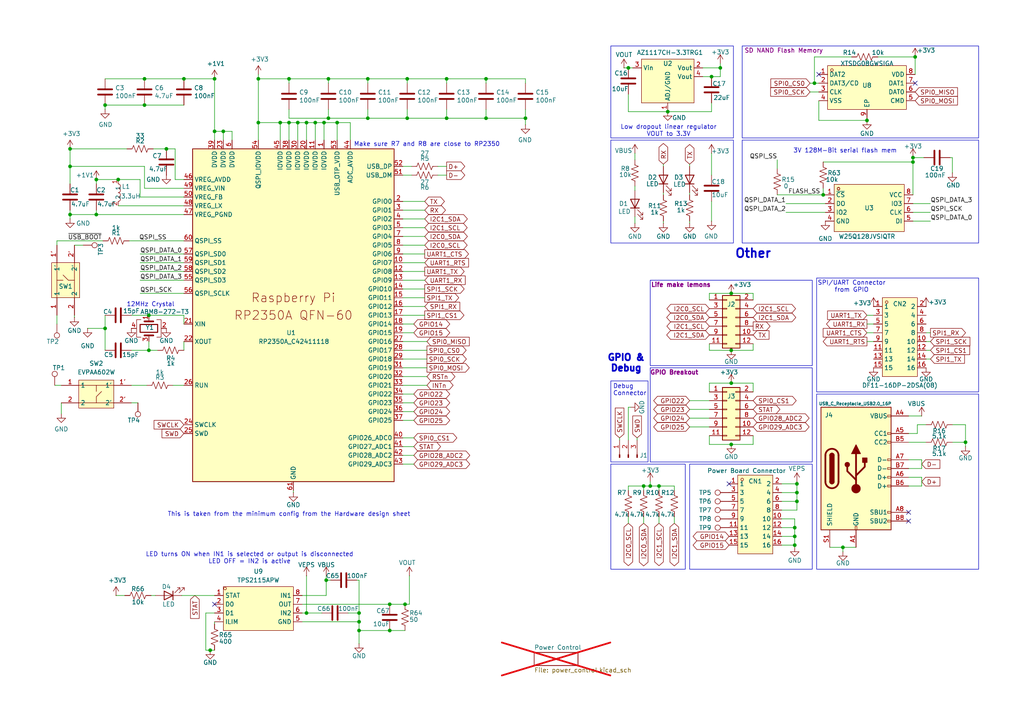
<source format=kicad_sch>
(kicad_sch (version 20250114) (generator "eeschema") (generator_version "9.0")
  (paper "A4")
  (title_block (date "2025-04-01") (rev "1") (company "Bronco Space") (comment 1 "SCALES") (comment 2 "By John Pollak"))
  (rectangle (start 177.165 40.64) (end 212.725 70.485))
  (rectangle (start 188.595 106.68) (end 235.585 133.985))
  (rectangle (start 177.165 13.335) (end 212.725 40.005))
  (rectangle (start 188.595 81.28) (end 235.585 106.045))
  (rectangle (start 215.265 13.335) (end 283.845 40.005))
  (rectangle (start 177.165 110.49) (end 187.96 133.985))
  (rectangle (start 215.265 40.64) (end 283.845 70.485))
  (rectangle (start 177.165 134.62) (end 198.755 165.1))
  (rectangle (start 200.025 134.62) (end 235.585 165.1))
  (rectangle (start 236.855 80.645) (end 283.845 113.665))
  (rectangle (start 236.855 114.3) (end 283.845 165.1))
  (text "GPIO &\nDebug" (at 181.61 105.41 0) (effects (font (size 1.905 1.905) (thickness 0.508) (bold yes))))
  (text "12MHz Crystal" (at 43.688 88.392 0) (effects (font (size 1.27 1.27))))
  (text "Low dropout linear regulator\nVOUT to 3.3V" (at 193.929 37.973 0) (effects (font (size 1.27 1.27))))
  (text "3V 128M-Bit serial flash mem\n" (at 245.11 43.815 0) (effects (font (size 1.27 1.27))))
  (text "LED turns ON when IN1 is selected or output is disconnected\nLED OFF = IN2 is active" (at 72.39 161.925 0) (effects (font (size 1.27 1.27))))
  (text "Make sure R7 and R8 are close to RP2350\n" (at 102.616 42.672 0) (effects (font (size 1.27 1.27)) (justify left bottom)))
  (text "This is taken from the minimum config from the Hardware design sheet" (at 83.82 149.225 0) (effects (font (size 1.27 1.27))))
  (text "Other" (at 218.44 73.66 0) (effects (font (size 2.54 2.54) (thickness 0.508) (bold yes))))
  (text "SPI/UART Connector\nfrom GPIO" (at 247.015 83.185 0) (effects (font (size 1.27 1.27))))
  (text "Debug \nConnector" (at 177.8 114.935 0) (effects (font (size 1.27 1.27)) (justify left bottom)))
  (junction (at 64.77 38.1))
  (junction (at 104.14 177.8))
  (junction (at 43.18 91.44))
  (junction (at 20.32 62.23))
  (junction (at 206.375 22.225))
  (junction (at 152.4 34.29))
  (junction (at 140.97 34.29))
  (junction (at 27.94 62.23))
  (junction (at 113.03 175.26))
  (junction (at 41.91 22.86))
  (junction (at 117.475 175.26))
  (junction (at 74.93 35.56))
  (junction (at 83.82 35.56))
  (junction (at 91.44 35.56))
  (junction (at 193.675 32.385))
  (junction (at 43.18 101.6))
  (junction (at 236.22 24.13))
  (junction (at 182.245 19.685))
  (junction (at 244.475 158.75))
  (junction (at 231.14 140.335))
  (junction (at 41.91 30.48))
  (junction (at 231.14 142.875))
  (junction (at 104.14 182.88))
  (junction (at 118.11 22.86))
  (junction (at 230.505 153.035))
  (junction (at 86.36 35.56))
  (junction (at 95.25 34.29))
  (junction (at 264.795 45.72))
  (junction (at 251.46 34.925))
  (junction (at 30.48 95.25))
  (junction (at 27.94 52.07))
  (junction (at 88.9 177.8))
  (junction (at 230.505 155.575))
  (junction (at 81.28 35.56))
  (junction (at 95.25 22.86))
  (junction (at 265.43 16.51))
  (junction (at 20.32 43.18))
  (junction (at 212.09 101.6))
  (junction (at 83.82 22.86))
  (junction (at 208.915 19.685))
  (junction (at 74.93 22.86))
  (junction (at 62.23 22.86))
  (junction (at 88.9 35.56))
  (junction (at 104.14 180.34))
  (junction (at 113.03 182.88))
  (junction (at 186.69 140.97))
  (junction (at 230.505 158.115))
  (junction (at 106.68 34.29))
  (junction (at 212.09 128.905))
  (junction (at 118.11 34.29))
  (junction (at 140.97 22.86))
  (junction (at 93.98 35.56))
  (junction (at 48.26 43.18))
  (junction (at 238.76 56.515))
  (junction (at 53.34 22.86))
  (junction (at 34.29 52.07))
  (junction (at 94.615 168.275))
  (junction (at 264.795 46.99))
  (junction (at 30.48 30.48))
  (junction (at 106.68 22.86))
  (junction (at 231.14 145.415))
  (junction (at 212.09 85.09))
  (junction (at 20.32 48.26))
  (junction (at 97.79 35.56))
  (junction (at 129.54 34.29))
  (junction (at 188.595 140.97))
  (junction (at 212.09 111.125))
  (junction (at 191.135 140.97))
  (junction (at 62.23 38.1))
  (junction (at 129.54 22.86))
  (junction (at 60.96 188.595))
  (junction (at 280.035 128.27))
  (no_connect (at 265.43 24.13))
  (no_connect (at 237.49 21.59))
  (no_connect (at 263.525 151.13))
  (no_connect (at 211.455 140.335))
  (no_connect (at 263.525 148.59))
  (no_connect (at 62.23 175.26))
  (wire (pts (xy 237.49 34.925) (xy 251.46 34.925)))
  (wire (pts (xy 186.69 149.86) (xy 186.69 151.765)))
  (wire (pts (xy 263.525 120.65) (xy 267.335 120.65)))
  (wire (pts (xy 226.695 153.035) (xy 230.505 153.035)))
  (wire (pts (xy 30.48 30.48) (xy 41.91 30.48)))
  (wire (pts (xy 269.875 99.06) (xy 268.605 99.06)))
  (wire (pts (xy 20.32 62.23) (xy 20.32 63.5)))
  (wire (pts (xy 182.245 118.11) (xy 182.88 118.11)))
  (wire (pts (xy 62.23 177.8) (xy 59.69 177.8)))
  (wire (pts (xy 200.025 64.135) (xy 200.025 64.77)))
  (wire (pts (xy 231.14 142.875) (xy 231.14 140.335)))
  (wire (pts (xy 83.82 35.56) (xy 83.82 40.64)))
  (wire (pts (xy 247.015 16.51) (xy 236.22 16.51)))
  (wire (pts (xy 205.74 128.905) (xy 212.09 128.905)))
  (wire (pts (xy 104.14 168.275) (xy 103.505 168.275)))
  (wire (pts (xy 230.505 153.035) (xy 230.505 155.575)))
  (wire (pts (xy 50.8 52.07) (xy 50.8 43.18)))
  (wire (pts (xy 87.63 180.34) (xy 104.14 180.34)))
  (wire (pts (xy 269.875 101.6) (xy 268.605 101.6)))
  (wire (pts (xy 27.94 53.34) (xy 27.94 52.07)))
  (wire (pts (xy 95.25 24.13) (xy 95.25 22.86)))
  (wire (pts (xy 140.97 34.29) (xy 152.4 34.29)))
  (wire (pts (xy 218.44 128.905) (xy 218.44 126.365)))
  (wire (pts (xy 106.68 22.86) (xy 118.11 22.86)))
  (wire (pts (xy 208.915 22.225) (xy 208.915 19.685)))
  (wire (pts (xy 100.965 177.8) (xy 104.14 177.8)))
  (wire (pts (xy 182.245 142.24) (xy 182.245 140.97)))
  (wire (pts (xy 104.14 180.34) (xy 104.14 182.88)))
  (wire (pts (xy 234.95 24.13) (xy 236.22 24.13)))
  (wire (pts (xy 64.77 38.1) (xy 67.31 38.1)))
  (wire (pts (xy 40.64 76.2) (xy 53.34 76.2)))
  (wire (pts (xy 123.19 83.82) (xy 116.84 83.82)))
  (wire (pts (xy 152.4 34.29) (xy 152.4 36.195)))
  (wire (pts (xy 60.96 188.595) (xy 62.23 188.595)))
  (wire (pts (xy 50.165 111.76) (xy 53.34 111.76)))
  (wire (pts (xy 192.405 64.77) (xy 192.405 64.135)))
  (wire (pts (xy 182.245 140.97) (xy 186.69 140.97)))
  (wire (pts (xy 104.14 177.8) (xy 104.14 168.275)))
  (wire (pts (xy 208.915 22.225) (xy 206.375 22.225)))
  (wire (pts (xy 86.36 35.56) (xy 88.9 35.56)))
  (wire (pts (xy 184.785 127) (xy 184.785 127.635)))
  (wire (pts (xy 230.505 158.115) (xy 230.505 158.75)))
  (wire (pts (xy 206.375 44.45) (xy 206.375 50.8)))
  (wire (pts (xy 20.32 60.96) (xy 20.32 62.23)))
  (wire (pts (xy 226.695 155.575) (xy 230.505 155.575)))
  (wire (pts (xy 25.4 95.25) (xy 30.48 95.25)))
  (wire (pts (xy 263.525 140.97) (xy 267.335 140.97)))
  (wire (pts (xy 33.655 172.72) (xy 36.195 172.72)))
  (wire (pts (xy 206.375 64.135) (xy 206.375 58.42)))
  (wire (pts (xy 188.595 140.97) (xy 191.135 140.97)))
  (wire (pts (xy 140.97 34.29) (xy 129.54 34.29)))
  (wire (pts (xy 225.425 56.515) (xy 238.76 56.515)))
  (wire (pts (xy 140.97 31.75) (xy 140.97 34.29)))
  (wire (pts (xy 195.58 149.86) (xy 195.58 151.765)))
  (wire (pts (xy 53.34 57.15) (xy 40.64 57.15)))
  (wire (pts (xy 37.465 69.85) (xy 53.34 69.85)))
  (wire (pts (xy 191.135 140.97) (xy 195.58 140.97)))
  (wire (pts (xy 118.745 175.26) (xy 118.745 167.005)))
  (wire (pts (xy 27.94 52.07) (xy 34.29 52.07)))
  (wire (pts (xy 226.695 147.955) (xy 231.14 147.955)))
  (wire (pts (xy 83.82 31.75) (xy 83.82 34.29)))
  (wire (pts (xy 116.84 66.04) (xy 123.19 66.04)))
  (wire (pts (xy 264.795 46.99) (xy 264.795 56.515)))
  (wire (pts (xy 74.93 35.56) (xy 74.93 22.86)))
  (wire (pts (xy 123.19 73.66) (xy 116.84 73.66)))
  (wire (pts (xy 87.63 177.8) (xy 88.9 177.8)))
  (wire (pts (xy 38.1 101.6) (xy 43.18 101.6)))
  (wire (pts (xy 113.03 175.26) (xy 117.475 175.26)))
  (wire (pts (xy 206.375 22.225) (xy 203.835 22.225)))
  (wire (pts (xy 226.695 140.335) (xy 231.14 140.335)))
  (wire (pts (xy 186.69 140.97) (xy 188.595 140.97)))
  (wire (pts (xy 95.25 34.29) (xy 83.82 34.29)))
  (wire (pts (xy 231.14 139.7) (xy 231.14 140.335)))
  (wire (pts (xy 52.705 172.72) (xy 62.23 172.72)))
  (wire (pts (xy 129.54 22.86) (xy 140.97 22.86)))
  (wire (pts (xy 88.9 35.56) (xy 88.9 40.64)))
  (wire (pts (xy 16.51 69.85) (xy 29.845 69.85)))
  (wire (pts (xy 184.15 44.45) (xy 184.15 46.355)))
  (wire (pts (xy 118.11 22.86) (xy 129.54 22.86)))
  (wire (pts (xy 182.245 32.385) (xy 182.245 27.305)))
  (wire (pts (xy 280.035 128.27) (xy 280.035 129.54)))
  (wire (pts (xy 227.965 59.055) (xy 239.395 59.055)))
  (wire (pts (xy 120.015 119.38) (xy 116.84 119.38)))
  (wire (pts (xy 123.19 58.42) (xy 116.84 58.42)))
  (wire (pts (xy 87.63 172.72) (xy 94.615 172.72)))
  (wire (pts (xy 120.015 114.3) (xy 116.84 114.3)))
  (wire (pts (xy 67.31 40.64) (xy 67.31 38.1)))
  (wire (pts (xy 280.035 123.19) (xy 280.035 128.27)))
  (wire (pts (xy 269.875 61.595) (xy 264.795 61.595)))
  (wire (pts (xy 227.965 61.595) (xy 239.395 61.595)))
  (wire (pts (xy 40.64 85.09) (xy 53.34 85.09)))
  (wire (pts (xy 21.59 92.075) (xy 21.59 91.44)))
  (wire (pts (xy 123.825 106.68) (xy 116.84 106.68)))
  (wire (pts (xy 251.46 99.06) (xy 253.365 99.06)))
  (wire (pts (xy 20.32 43.18) (xy 36.83 43.18)))
  (wire (pts (xy 129.54 31.75) (xy 129.54 34.29)))
  (wire (pts (xy 206.375 32.385) (xy 206.375 29.845)))
  (wire (pts (xy 205.74 99.695) (xy 205.74 101.6)))
  (wire (pts (xy 238.76 54.61) (xy 238.76 56.515)))
  (wire (pts (xy 83.82 35.56) (xy 86.36 35.56)))
  (wire (pts (xy 191.135 149.86) (xy 191.135 151.765)))
  (wire (pts (xy 119.38 50.8) (xy 116.84 50.8)))
  (wire (pts (xy 269.875 104.14) (xy 268.605 104.14)))
  (wire (pts (xy 123.19 88.9) (xy 116.84 88.9)))
  (wire (pts (xy 120.015 116.84) (xy 116.84 116.84)))
  (wire (pts (xy 85.09 142.875) (xy 85.09 142.24)))
  (wire (pts (xy 94.615 172.72) (xy 94.615 168.275)))
  (wire (pts (xy 38.1 116.84) (xy 40.005 116.84)))
  (wire (pts (xy 87.63 175.26) (xy 113.03 175.26)))
  (wire (pts (xy 200.025 121.285) (xy 205.74 121.285)))
  (wire (pts (xy 152.4 24.13) (xy 152.4 22.86)))
  (wire (pts (xy 30.48 95.25) (xy 30.48 101.6)))
  (wire (pts (xy 226.695 158.115) (xy 230.505 158.115)))
  (wire (pts (xy 236.22 16.51) (xy 236.22 24.13)))
  (wire (pts (xy 88.9 35.56) (xy 91.44 35.56)))
  (wire (pts (xy 200.025 47.625) (xy 200.025 48.26)))
  (wire (pts (xy 118.11 31.75) (xy 118.11 34.29)))
  (wire (pts (xy 276.225 45.72) (xy 276.225 50.165)))
  (wire (pts (xy 120.015 93.98) (xy 116.84 93.98)))
  (wire (pts (xy 91.44 35.56) (xy 91.44 40.64)))
  (wire (pts (xy 230.505 150.495) (xy 230.505 153.035)))
  (wire (pts (xy 123.19 60.96) (xy 116.84 60.96)))
  (wire (pts (xy 81.28 35.56) (xy 81.28 40.64)))
  (wire (pts (xy 34.29 59.69) (xy 53.34 59.69)))
  (wire (pts (xy 30.48 91.44) (xy 30.48 95.25)))
  (wire (pts (xy 244.475 158.75) (xy 248.285 158.75)))
  (wire (pts (xy 191.135 142.24) (xy 191.135 140.97)))
  (wire (pts (xy 129.54 24.13) (xy 129.54 22.86)))
  (wire (pts (xy 208.915 18.415) (xy 208.915 19.685)))
  (wire (pts (xy 218.44 85.09) (xy 218.44 86.995)))
  (wire (pts (xy 192.405 47.625) (xy 192.405 48.26)))
  (wire (pts (xy 238.76 46.99) (xy 264.795 46.99)))
  (wire (pts (xy 218.44 111.125) (xy 218.44 113.665)))
  (wire (pts (xy 40.64 78.74) (xy 53.34 78.74)))
  (wire (pts (xy 83.82 22.86) (xy 95.25 22.86)))
  (wire (pts (xy 200.025 118.745) (xy 205.74 118.745)))
  (wire (pts (xy 116.84 71.12) (xy 123.19 71.12)))
  (wire (pts (xy 41.91 22.86) (xy 53.34 22.86)))
  (wire (pts (xy 62.23 180.975) (xy 62.23 180.34)))
  (wire (pts (xy 195.58 142.24) (xy 195.58 140.97)))
  (wire (pts (xy 182.245 149.86) (xy 182.245 151.765)))
  (wire (pts (xy 263.525 138.43) (xy 267.335 138.43)))
  (wire (pts (xy 81.28 35.56) (xy 83.82 35.56)))
  (wire (pts (xy 113.03 182.88) (xy 104.14 182.88)))
  (wire (pts (xy 269.875 96.52) (xy 268.605 96.52)))
  (wire (pts (xy 118.11 24.13) (xy 118.11 22.86)))
  (wire (pts (xy 95.25 22.86) (xy 106.68 22.86)))
  (wire (pts (xy 193.675 32.385) (xy 206.375 32.385)))
  (wire (pts (xy 276.225 123.19) (xy 280.035 123.19)))
  (wire (pts (xy 266.065 125.73) (xy 266.065 123.19)))
  (wire (pts (xy 20.32 43.18) (xy 20.32 48.26)))
  (wire (pts (xy 205.74 85.09) (xy 212.09 85.09)))
  (wire (pts (xy 59.69 188.595) (xy 60.96 188.595)))
  (wire (pts (xy 59.69 177.8) (xy 59.69 188.595)))
  (wire (pts (xy 182.245 19.685) (xy 183.515 19.685)))
  (wire (pts (xy 226.695 142.875) (xy 231.14 142.875)))
  (wire (pts (xy 117.475 175.26) (xy 118.745 175.26)))
  (wire (pts (xy 118.11 34.29) (xy 106.68 34.29)))
  (wire (pts (xy 30.48 30.48) (xy 30.48 31.75)))
  (wire (pts (xy 91.44 35.56) (xy 93.98 35.56)))
  (wire (pts (xy 129.54 48.26) (xy 127 48.26)))
  (wire (pts (xy 116.84 63.5) (xy 123.19 63.5)))
  (wire (pts (xy 238.76 56.515) (xy 239.395 56.515)))
  (wire (pts (xy 30.48 22.86) (xy 41.91 22.86)))
  (wire (pts (xy 43.18 101.6) (xy 45.72 101.6)))
  (wire (pts (xy 186.69 140.97) (xy 186.69 142.24)))
  (wire (pts (xy 225.425 48.895) (xy 225.425 46.355)))
  (wire (pts (xy 104.14 182.88) (xy 104.14 186.69)))
  (wire (pts (xy 43.815 172.72) (xy 45.085 172.72)))
  (wire (pts (xy 267.335 133.35) (xy 267.335 135.89)))
  (wire (pts (xy 263.525 135.89) (xy 267.335 135.89)))
  (wire (pts (xy 44.45 43.18) (xy 48.26 43.18)))
  (wire (pts (xy 64.77 40.64) (xy 64.77 38.1)))
  (wire (pts (xy 27.94 62.23) (xy 53.34 62.23)))
  (wire (pts (xy 16.51 69.85) (xy 16.51 71.12)))
  (wire (pts (xy 95.25 31.75) (xy 95.25 34.29)))
  (wire (pts (xy 97.79 35.56) (xy 97.79 40.64)))
  (wire (pts (xy 120.015 121.92) (xy 116.84 121.92)))
  (wire (pts (xy 265.43 16.51) (xy 265.43 21.59)))
  (wire (pts (xy 34.29 52.07) (xy 40.64 52.07)))
  (wire (pts (xy 40.64 73.66) (xy 53.34 73.66)))
  (wire (pts (xy 276.225 128.27) (xy 280.035 128.27)))
  (wire (pts (xy 200.025 116.205) (xy 205.74 116.205)))
  (wire (pts (xy 123.825 109.22) (xy 116.84 109.22)))
  (wire (pts (xy 254.635 16.51) (xy 265.43 16.51)))
  (wire (pts (xy 41.91 54.61) (xy 53.34 54.61)))
  (wire (pts (xy 275.59 45.72) (xy 276.225 45.72)))
  (wire (pts (xy 140.97 22.86) (xy 152.4 22.86)))
  (wire (pts (xy 123.825 99.06) (xy 116.84 99.06)))
  (wire (pts (xy 43.18 101.6) (xy 43.18 99.06)))
  (wire (pts (xy 184.15 55.245) (xy 184.15 53.975)))
  (wire (pts (xy 94.615 168.275) (xy 95.885 168.275)))
  (wire (pts (xy 263.525 125.73) (xy 266.065 125.73)))
  (wire (pts (xy 230.505 155.575) (xy 230.505 158.115)))
  (wire (pts (xy 200.025 123.825) (xy 205.74 123.825)))
  (wire (pts (xy 267.97 45.72) (xy 264.795 45.72)))
  (wire (pts (xy 263.525 133.35) (xy 267.335 133.35)))
  (wire (pts (xy 119.38 48.26) (xy 116.84 48.26)))
  (wire (pts (xy 62.23 38.1) (xy 62.23 22.86)))
  (wire (pts (xy 93.98 35.56) (xy 93.98 40.64)))
  (wire (pts (xy 212.09 101.6) (xy 218.44 101.6)))
  (wire (pts (xy 101.6 40.64) (xy 101.6 35.56)))
  (wire (pts (xy 251.46 96.52) (xy 253.365 96.52)))
  (wire (pts (xy 236.22 24.13) (xy 237.49 24.13)))
  (wire (pts (xy 20.32 62.23) (xy 27.94 62.23)))
  (wire (pts (xy 251.46 91.44) (xy 253.365 91.44)))
  (wire (pts (xy 269.875 59.055) (xy 264.795 59.055)))
  (wire (pts (xy 50.8 52.07) (xy 53.34 52.07)))
  (wire (pts (xy 203.835 19.685) (xy 208.915 19.685)))
  (wire (pts (xy 234.95 26.67) (xy 237.49 26.67)))
  (wire (pts (xy 226.695 150.495) (xy 230.505 150.495)))
  (wire (pts (xy 116.84 68.58) (xy 123.19 68.58)))
  (wire (pts (xy 88.9 177.8) (xy 93.345 177.8)))
  (wire (pts (xy 106.68 31.75) (xy 106.68 34.29)))
  (wire (pts (xy 94.615 168.275) (xy 94.615 167.005)))
  (wire (pts (xy 123.825 104.14) (xy 116.84 104.14)))
  (wire (pts (xy 86.36 35.56) (xy 86.36 40.64)))
  (wire (pts (xy 188.595 140.97) (xy 188.595 139.7)))
  (wire (pts (xy 104.14 180.34) (xy 104.14 177.8)))
  (wire (pts (xy 41.91 48.26) (xy 41.91 54.61)))
  (wire (pts (xy 123.19 78.74) (xy 116.84 78.74)))
  (wire (pts (xy 20.32 48.26) (xy 20.32 53.34)))
  (wire (pts (xy 123.825 101.6) (xy 116.84 101.6)))
  (wire (pts (xy 212.09 85.09) (xy 218.44 85.09)))
  (wire (pts (xy 16.51 91.44) (xy 16.51 93.98)))
  (wire (pts (xy 182.245 32.385) (xy 193.675 32.385)))
  (wire (pts (xy 50.8 43.18) (xy 48.26 43.18)))
  (wire (pts (xy 231.14 145.415) (xy 231.14 142.875)))
  (wire (pts (xy 106.68 24.13) (xy 106.68 22.86)))
  (wire (pts (xy 205.74 126.365) (xy 205.74 128.905)))
  (wire (pts (xy 123.19 91.44) (xy 116.84 91.44)))
  (wire (pts (xy 53.34 22.86) (xy 62.23 22.86)))
  (wire (pts (xy 123.19 81.28) (xy 116.84 81.28)))
  (wire (pts (xy 83.82 24.13) (xy 83.82 22.86)))
  (wire (pts (xy 120.015 132.08) (xy 116.84 132.08)))
  (wire (pts (xy 62.23 40.64) (xy 62.23 38.1)))
  (wire (pts (xy 38.1 111.76) (xy 42.545 111.76)))
  (wire (pts (xy 74.93 22.86) (xy 83.82 22.86)))
  (wire (pts (xy 74.93 35.56) (xy 81.28 35.56)))
  (wire (pts (xy 263.525 128.27) (xy 268.605 128.27)))
  (wire (pts (xy 53.34 101.6) (xy 53.34 99.06)))
  (wire (pts (xy 251.46 93.98) (xy 253.365 93.98)))
  (wire (pts (xy 40.64 57.15) (xy 40.64 52.07)))
  (wire (pts (xy 251.46 34.29) (xy 251.46 34.925)))
  (wire (pts (xy 116.84 111.76) (xy 123.825 111.76)))
  (wire (pts (xy 237.49 29.21) (xy 237.49 34.925)))
  (wire (pts (xy 180.975 19.685) (xy 182.245 19.685)))
  (wire (pts (xy 20.32 48.26) (xy 41.91 48.26)))
  (wire (pts (xy 179.705 127) (xy 179.705 127.635)))
  (wire (pts (xy 152.4 31.75) (xy 152.4 34.29)))
  (wire (pts (xy 184.15 64.77) (xy 184.15 62.865)))
  (wire (pts (xy 74.93 21.59) (xy 74.93 22.86)))
  (wire (pts (xy 140.97 24.13) (xy 140.97 22.86)))
  (wire (pts (xy 117.475 182.88) (xy 113.03 182.88)))
  (wire (pts (xy 264.795 45.72) (xy 264.795 46.99)))
  (wire (pts (xy 244.475 158.75) (xy 244.475 160.02)))
  (wire (pts (xy 129.54 34.29) (xy 118.11 34.29)))
  (wire (pts (xy 240.665 158.75) (xy 244.475 158.75)))
  (wire (pts (xy 120.015 96.52) (xy 116.84 96.52)))
  (wire (pts (xy 226.695 145.415) (xy 231.14 145.415)))
  (wire (pts (xy 120.015 127) (xy 116.84 127)))
  (wire (pts (xy 205.74 113.665) (xy 205.74 111.125)))
  (wire (pts (xy 231.14 147.955) (xy 231.14 145.415)))
  (wire (pts (xy 269.875 64.135) (xy 264.795 64.135)))
  (wire (pts (xy 205.74 101.6) (xy 212.09 101.6)))
  (wire (pts (xy 205.74 111.125) (xy 212.09 111.125)))
  (wire (pts (xy 97.79 35.56) (xy 101.6 35.56)))
  (wire (pts (xy 88.9 167.005) (xy 88.9 177.8)))
  (wire (pts (xy 21.59 71.12) (xy 24.13 71.12)))
  (wire (pts (xy 129.54 50.8) (xy 127 50.8)))
  (wire (pts (xy 192.405 55.88) (xy 192.405 56.515)))
  (wire (pts (xy 266.065 123.19) (xy 268.605 123.19)))
  (wire (pts (xy 106.68 34.29) (xy 95.25 34.29)))
  (wire (pts (xy 38.1 91.44) (xy 43.18 91.44)))
  (wire (pts (xy 43.18 91.44) (xy 53.34 91.44)))
  (wire (pts (xy 27.94 60.96) (xy 27.94 62.23)))
  (wire (pts (xy 15.875 111.76) (xy 17.78 111.76)))
  (wire (pts (xy 120.015 134.62) (xy 116.84 134.62)))
  (wire (pts (xy 212.09 111.125) (xy 218.44 111.125)))
  (wire (pts (xy 182.245 127.635) (xy 182.245 118.11)))
  (wire (pts (xy 17.78 116.84) (xy 17.78 120.015)))
  (wire (pts (xy 41.91 30.48) (xy 53.34 30.48)))
  (wire (pts (xy 205.74 86.995) (xy 205.74 85.09)))
  (wire (pts (xy 267.335 138.43) (xy 267.335 140.97)))
  (wire (pts (xy 74.93 35.56) (xy 74.93 40.64)))
  (wire (pts (xy 212.09 128.905) (xy 218.44 128.905)))
  (wire (pts (xy 123.19 76.2) (xy 116.84 76.2)))
  (wire (pts (xy 40.64 81.28) (xy 53.34 81.28)))
  (wire (pts (xy 53.34 93.98) (xy 53.34 91.44)))
  (wire (pts (xy 123.19 86.36) (xy 116.84 86.36)))
  (wire (pts (xy 62.23 38.1) (xy 64.77 38.1)))
  (wire (pts (xy 218.44 101.6) (xy 218.44 99.695)))
  (wire (pts (xy 200.025 55.88) (xy 200.025 56.515)))
  (wire (pts (xy 93.98 35.56) (xy 97.79 35.56)))
  (wire (pts (xy 120.015 129.54) (xy 116.84 129.54)))
  (label "QSPI_DATA_1" (at 227.965 59.055 180))
  (label "QSPI_DATA_1" (at 40.64 76.2 0))
  (label "QSPI_DATA_0" (at 40.64 73.66 0))
  (label "~{USB_BOOT}" (at 19.685 69.85 0))
  (label " QSPI_SS" (at 225.425 46.355 180))
  (label " QSPI_SS" (at 39.37 69.85 0))
  (label "FLASH_SS" (at 228.6 56.515 0))
  (label "QSPI_DATA_3" (at 269.875 59.055 0))
  (label "QSPI_DATA_2" (at 227.965 61.595 180))
  (label "QSPI_SCK" (at 269.875 61.595 0))
  (label "QSPI_DATA_0" (at 269.875 64.135 0))
  (label "QSPI_DATA_3" (at 40.64 81.28 0))
  (label "QSPI_SCK" (at 40.64 85.09 0))
  (label "QSPI_DATA_2" (at 40.64 78.74 0))
  (global_label "RX" (shape bidirectional) (at 123.19 60.96 0) (property "Intersheetrefs" "${INTERSHEET_REFS}" (effects (hide yes))))
  (global_label "TX" (shape input) (at 218.44 97.155 0) (property "Intersheetrefs" "${INTERSHEET_REFS}" (effects (hide yes))))
  (global_label "I2C0_SDA" (shape bidirectional) (at 123.19 68.58 0) (property "Intersheetrefs" "${INTERSHEET_REFS}" (effects (hide yes))))
  (global_label "SPI1_TX" (shape output) (at 123.19 86.36 0) (property "Intersheetrefs" "${INTERSHEET_REFS}" (effects (hide yes))))
  (global_label "SPI1_SCK" (shape output) (at 123.19 83.82 0) (property "Intersheetrefs" "${INTERSHEET_REFS}" (effects (hide yes))))
  (global_label "SPI0_CS0" (shape input) (at 234.95 24.13 180) (property "Intersheetrefs" "${INTERSHEET_REFS}" (effects (hide yes))))
  (global_label "D-" (shape input) (at 267.335 134.62 0) (property "Intersheetrefs" "${INTERSHEET_REFS}" (effects (hide yes))))
  (global_label "I2C1_SDA" (shape bidirectional) (at 218.44 92.075 0) (property "Intersheetrefs" "${INTERSHEET_REFS}" (effects (hide yes))))
  (global_label "UART1_TX" (shape input) (at 251.46 91.44 180) (property "Intersheetrefs" "${INTERSHEET_REFS}" (effects (hide yes))))
  (global_label "SPI0_MOSI" (shape input) (at 265.43 29.21 0) (property "Intersheetrefs" "${INTERSHEET_REFS}" (effects (hide yes))))
  (global_label "GPIO28_ADC2" (shape bidirectional) (at 120.015 132.08 0) (property "Intersheetrefs" "${INTERSHEET_REFS}" (effects (hide yes))))
  (global_label "I2C0_SDA" (shape bidirectional) (at 205.74 92.075 180) (property "Intersheetrefs" "${INTERSHEET_REFS}" (effects (hide yes))))
  (global_label "TX" (shape bidirectional) (at 123.19 58.42 0) (property "Intersheetrefs" "${INTERSHEET_REFS}" (effects (hide yes))))
  (global_label "I2C1_SCL" (shape bidirectional) (at 205.74 94.615 180) (property "Intersheetrefs" "${INTERSHEET_REFS}" (effects (hide yes))))
  (global_label "GPIO24" (shape bidirectional) (at 200.025 121.285 180) (property "Intersheetrefs" "${INTERSHEET_REFS}" (effects (hide yes))))
  (global_label "SWCLK" (shape input) (at 53.34 123.19 180) (property "Intersheetrefs" "${INTERSHEET_REFS}" (effects (hide yes))))
  (global_label "D+" (shape output) (at 129.54 48.26 0) (property "Intersheetrefs" "${INTERSHEET_REFS}" (effects (hide yes))) (property "Netclass" "DP_90R" (effects (hide yes))))
  (global_label "I2C1_SDA" (shape bidirectional) (at 205.74 97.155 180) (property "Intersheetrefs" "${INTERSHEET_REFS}" (effects (hide yes))))
  (global_label "SPI0_MOSI" (shape output) (at 123.825 106.68 0) (property "Intersheetrefs" "${INTERSHEET_REFS}" (effects (hide yes))))
  (global_label "SPI0_MISO" (shape input) (at 123.825 99.06 0) (property "Intersheetrefs" "${INTERSHEET_REFS}" (effects (hide yes))))
  (global_label "GPIO25" (shape bidirectional) (at 200.025 123.825 180) (property "Intersheetrefs" "${INTERSHEET_REFS}" (effects (hide yes))))
  (global_label "SWCLK" (shape input) (at 179.705 127 90) (property "Intersheetrefs" "${INTERSHEET_REFS}" (effects (hide yes))))
  (global_label "SPI1_RX" (shape output) (at 269.875 96.52 0) (property "Intersheetrefs" "${INTERSHEET_REFS}" (effects (hide yes))))
  (global_label "UART1_CTS" (shape input) (at 251.46 96.52 180) (property "Intersheetrefs" "${INTERSHEET_REFS}" (effects (hide yes))))
  (global_label "STAT" (shape bidirectional) (at 120.015 129.54 0) (property "Intersheetrefs" "${INTERSHEET_REFS}" (effects (hide yes))))
  (global_label "GPIO15" (shape bidirectional) (at 211.455 158.115 180) (property "Intersheetrefs" "${INTERSHEET_REFS}" (effects (hide yes))))
  (global_label "INTn" (shape bidirectional) (at 123.825 111.76 0) (property "Intersheetrefs" "${INTERSHEET_REFS}" (effects (hide yes))))
  (global_label "SWD" (shape input) (at 53.34 125.73 180) (property "Intersheetrefs" "${INTERSHEET_REFS}" (effects (hide yes))))
  (global_label "TX" (shape bidirectional) (at 200.025 47.625 90) (property "Intersheetrefs" "${INTERSHEET_REFS}" (effects (hide yes))))
  (global_label "GPIO22" (shape bidirectional) (at 200.025 116.205 180) (property "Intersheetrefs" "${INTERSHEET_REFS}" (effects (hide yes))))
  (global_label "GPIO15" (shape bidirectional) (at 120.015 96.52 0) (property "Intersheetrefs" "${INTERSHEET_REFS}" (effects (hide yes))))
  (global_label "STAT" (shape bidirectional) (at 218.44 118.745 0) (property "Intersheetrefs" "${INTERSHEET_REFS}" (effects (hide yes))))
  (global_label "GPIO29_ADC3" (shape bidirectional) (at 218.44 123.825 0) (property "Intersheetrefs" "${INTERSHEET_REFS}" (effects (hide yes))))
  (global_label "RSTn" (shape bidirectional) (at 123.825 109.22 0) (property "Intersheetrefs" "${INTERSHEET_REFS}" (effects (hide yes))))
  (global_label "SPI0_CS1" (shape bidirectional) (at 218.44 116.205 0) (property "Intersheetrefs" "${INTERSHEET_REFS}" (effects (hide yes))))
  (global_label "UART1_RX" (shape input) (at 123.19 81.28 0) (property "Intersheetrefs" "${INTERSHEET_REFS}" (effects (hide yes))))
  (global_label "SPI1_SCK" (shape input) (at 269.875 99.06 0) (property "Intersheetrefs" "${INTERSHEET_REFS}" (effects (hide yes))))
  (global_label "GPIO14" (shape bidirectional) (at 211.455 155.575 180) (property "Intersheetrefs" "${INTERSHEET_REFS}" (effects (hide yes))))
  (global_label "GPIO22" (shape bidirectional) (at 120.015 114.3 0) (property "Intersheetrefs" "${INTERSHEET_REFS}" (effects (hide yes))))
  (global_label "UART1_RTS" (shape input) (at 123.19 76.2 0) (property "Intersheetrefs" "${INTERSHEET_REFS}" (effects (hide yes))))
  (global_label "SPI0_CS1" (shape bidirectional) (at 120.015 127 0) (property "Intersheetrefs" "${INTERSHEET_REFS}" (effects (hide yes))))
  (global_label "SPI0_SCK" (shape output) (at 123.825 104.14 0) (property "Intersheetrefs" "${INTERSHEET_REFS}" (effects (hide yes))))
  (global_label "RX" (shape bidirectional) (at 192.405 47.625 90) (property "Intersheetrefs" "${INTERSHEET_REFS}" (effects (hide yes))))
  (global_label "I2C0_SCL" (shape bidirectional) (at 123.19 71.12 0) (property "Intersheetrefs" "${INTERSHEET_REFS}" (effects (hide yes))))
  (global_label "I2C0_SDA" (shape bidirectional) (at 186.69 151.765 270) (property "Intersheetrefs" "${INTERSHEET_REFS}" (effects (hide yes))))
  (global_label "D-" (shape output) (at 129.54 50.8 0) (property "Intersheetrefs" "${INTERSHEET_REFS}" (effects (hide yes))) (property "Netclass" "DP_90R" (effects (hide yes))))
  (global_label "I2C1_SCL" (shape bidirectional) (at 123.19 66.04 0) (property "Intersheetrefs" "${INTERSHEET_REFS}" (effects (hide yes))))
  (global_label "I2C1_SDA" (shape bidirectional) (at 123.19 63.5 0) (property "Intersheetrefs" "${INTERSHEET_REFS}" (effects (hide yes))))
  (global_label "GPIO23" (shape bidirectional) (at 120.015 116.84 0) (property "Intersheetrefs" "${INTERSHEET_REFS}" (effects (hide yes))))
  (global_label "SPI1_TX" (shape input) (at 269.875 104.14 0) (property "Intersheetrefs" "${INTERSHEET_REFS}" (effects (hide yes))))
  (global_label "I2C1_SCL" (shape bidirectional) (at 191.135 151.765 270) (property "Intersheetrefs" "${INTERSHEET_REFS}" (effects (hide yes))))
  (global_label "SPI0_SCK" (shape input) (at 234.95 26.67 180) (property "Intersheetrefs" "${INTERSHEET_REFS}" (effects (hide yes))))
  (global_label "I2C0_SCL" (shape bidirectional) (at 205.74 89.535 180) (property "Intersheetrefs" "${INTERSHEET_REFS}" (effects (hide yes))))
  (global_label "UART1_RX" (shape output) (at 251.46 93.98 180) (property "Intersheetrefs" "${INTERSHEET_REFS}" (effects (hide yes))))
  (global_label "D+" (shape input) (at 267.335 139.7 0) (property "Intersheetrefs" "${INTERSHEET_REFS}" (effects (hide yes))))
  (global_label "SPI0_CS0" (shape output) (at 123.825 101.6 0) (property "Intersheetrefs" "${INTERSHEET_REFS}" (effects (hide yes))))
  (global_label "GPIO14" (shape bidirectional) (at 120.015 93.98 0) (property "Intersheetrefs" "${INTERSHEET_REFS}" (effects (hide yes))))
  (global_label "GPIO23" (shape bidirectional) (at 200.025 118.745 180) (property "Intersheetrefs" "${INTERSHEET_REFS}" (effects (hide yes))))
  (global_label "GPIO29_ADC3" (shape bidirectional) (at 120.015 134.62 0) (property "Intersheetrefs" "${INTERSHEET_REFS}" (effects (hide yes))))
  (global_label "GPIO24" (shape bidirectional) (at 120.015 119.38 0) (property "Intersheetrefs" "${INTERSHEET_REFS}" (effects (hide yes))))
  (global_label "SPI1_CS1" (shape output) (at 123.19 91.44 0) (property "Intersheetrefs" "${INTERSHEET_REFS}" (effects (hide yes))))
  (global_label "GPIO25" (shape bidirectional) (at 120.015 121.92 0) (property "Intersheetrefs" "${INTERSHEET_REFS}" (effects (hide yes))))
  (global_label "I2C1_SDA" (shape bidirectional) (at 195.58 151.765 270) (property "Intersheetrefs" "${INTERSHEET_REFS}" (effects (hide yes))))
  (global_label "UART1_RTS" (shape output) (at 251.46 99.06 180) (property "Intersheetrefs" "${INTERSHEET_REFS}" (effects (hide yes))))
  (global_label "SWD" (shape input) (at 184.785 127 90) (property "Intersheetrefs" "${INTERSHEET_REFS}" (effects (hide yes))))
  (global_label "SPI1_RX" (shape input) (at 123.19 88.9 0) (property "Intersheetrefs" "${INTERSHEET_REFS}" (effects (hide yes))))
  (global_label "GPIO28_ADC2" (shape bidirectional) (at 218.44 121.285 0) (property "Intersheetrefs" "${INTERSHEET_REFS}" (effects (hide yes))))
  (global_label "I2C0_SCL" (shape bidirectional) (at 182.245 151.765 270) (property "Intersheetrefs" "${INTERSHEET_REFS}" (effects (hide yes))))
  (global_label "STAT" (shape input) (at 56.515 172.72 270) (property "Intersheetrefs" "${INTERSHEET_REFS}" (effects (hide yes))))
  (global_label "UART1_TX" (shape output) (at 123.19 78.74 0) (property "Intersheetrefs" "${INTERSHEET_REFS}" (effects (hide yes))))
  (global_label "RX" (shape output) (at 218.44 94.615 0) (property "Intersheetrefs" "${INTERSHEET_REFS}" (effects (hide yes))))
  (global_label "SPI1_CS1" (shape input) (at 269.875 101.6 0) (property "Intersheetrefs" "${INTERSHEET_REFS}" (effects (hide yes))))
  (global_label "UART1_CTS" (shape output) (at 123.19 73.66 0) (property "Intersheetrefs" "${INTERSHEET_REFS}" (effects (hide yes))))
  (global_label "SPI0_MISO" (shape input) (at 265.43 26.67 0) (property "Intersheetrefs" "${INTERSHEET_REFS}" (effects (hide yes))))
  (global_label "I2C1_SCL" (shape bidirectional) (at 218.44 89.535 0) (property "Intersheetrefs" "${INTERSHEET_REFS}" (effects (hide yes))))
  (symbol (lib_id "power:GND") (at 20.32 63.5 0) (mirror y) (unit 1)
    (property "Reference" "#PWR03" (effects (hide yes)))
    (property "Value" "GND" (at 24.13 64.77 0))
  )
  (symbol (lib_id "Device:C") (at 271.78 45.72 90) (unit 1)
    (property "Reference" "C19" (at 273.685 48.895 90) (effects (justify left)))
    (property "Value" "100nF" (at 274.32 50.8 90) (effects (justify left)))
    (property "Footprint" "Capacitor_SMD:C_0402_1005Metric" (effects (hide yes)))
  )
  (symbol (lib_id "power:+3V3") (at 94.615 167.005 0) (unit 1)
    (property "Reference" "#PWR057" (effects (hide yes)))
    (property "Value" "VBUS" (at 94.615 163.83 0))
    (property "Description" "Power symbol creates a global label with name \"+3V3\"" (effects (hide yes)))
  )
  (symbol (lib_id "power:GND") (at 182.88 118.11 90) (unit 1)
    (property "Reference" "#PWR016" (effects (hide yes)))
    (property "Value" "GND" (at 186.182 118.11 0))
    (property "Description" "Power symbol creates a global label with name \"GND\" , ground" (effects (hide yes)))
  )
  (symbol (lib_id "Connector_Generic:Conn_02x06_Odd_Even") (at 210.82 118.745 0) (unit 1)
    (property "Reference" "J3" (at 212.09 114.935 0))
    (property "Value" "Conn_02x06_Odd_Even" (effects (hide yes)))
    (property "Footprint" "Connector_PinHeader_2.54mm:PinHeader_2x06_P2.54mm_Vertical" (effects (hide yes)))
    (property "Description" "Generic connector, double row, 02x06, odd/even pin numbering scheme (row 1 odd numbers, row 2 even numbers), script generated (kicad-library-utils/schlib/autogen/connector/)" (effects (hide yes)))
    (property "Use" "GPIO Breakout" (at 195.58 107.95 0) (effects (font (thickness 0.254) (bold yes))))
  )
  (symbol (lib_id "power:GND") (at 230.505 158.75 0) (unit 1)
    (property "Reference" "#PWR024" (effects (hide yes)))
    (property "Value" "GND" (at 230.505 162.56 0))
    (property "Description" "Power symbol creates a global label with name \"GND\" , ground" (effects (hide yes)))
  )
  (symbol (lib_id "power:GND") (at 17.78 120.015 0) (unit 1)
    (property "Reference" "#PWR01" (effects (hide yes)))
    (property "Value" "GND" (at 17.78 124.46 0))
    (property "Description" "Power symbol creates a global label with name \"GND\" , ground" (effects (hide yes)))
  )
  (symbol (lib_id "Connector:TestPoint") (at 211.455 153.035 90) (unit 1)
    (property "Reference" "TP9" (at 206.375 153.035 90) (effects (justify left)))
    (property "Value" "TestPoint" (effects (hide yes)))
    (property "Footprint" "TestPoint:TestPoint_Pad_1.0x1.0mm" (effects (hide yes)))
    (property "Description" "test point" (effects (hide yes)))
  )
  (symbol (lib_id "easyeda2kicad:DF11-16DP-2DSA(08)") (at 260.985 97.79 0) (unit 1)
    (property "Reference" "CN2" (at 260.985 88.138 0))
    (property "Value" "DF11-16DP-2DSA(08)" (at 260.985 111.76 0))
    (property "Footprint" "easyeda2kicad:CONN-TH_DF11-16DP-2DSA-08" (effects (hide yes)))
    (property "Datasheet" "https://lcsc.com/product-detail/Wire-To-Board-Wire-To-Wire-Connector_HRS-Hirose-HRS-DF11-16DP-2DSA-08_C530981.html" (effects (hide yes)))
    (property "LCSC Part" "C530981" (effects (hide yes)))
  )
  (symbol (lib_id "power:+3V3") (at 88.9 167.005 0) (unit 1)
    (property "Reference" "#PWR0156" (effects (hide yes)))
    (property "Value" "VEPS" (at 88.9 163.83 0))
    (property "Description" "Power symbol creates a global label with name \"+3V3\"" (effects (hide yes)))
  )
  (symbol (lib_id "Device:C") (at 30.48 26.67 0) (unit 1)
    (property "Reference" "C3" (at 33.401 25.5016 0) (effects (justify left)))
    (property "Value" "100nF" (at 33.401 27.813 0) (effects (justify left)))
    (property "Footprint" "Capacitor_SMD:C_0402_1005Metric" (effects (hide yes)))
  )
  (symbol (lib_id "power:+3V3") (at 118.745 167.005 0) (unit 1)
    (property "Reference" "#PWR043" (effects (hide yes)))
    (property "Value" "VOUT" (at 118.11 163.195 0))
  )
  (symbol (lib_id "SCALES:XTSDG08GWSIGA") (at 251.46 25.4 0) (unit 1)
    (property "Reference" "U8" (at 251.46 24.765 0))
    (property "Value" "XTSDG08GWSIGA" (at 251.46 18.415 0))
    (property "Footprint" "SCALES:W-PDFN-8_L8.0-W6.0-P1.27-BL-EP" (effects (hide yes)))
    (property "Datasheet" "https://lcsc.com/product-detail/NAND-FLASH_XTX-XTSDG08GWSIGA_C25836657.html?s_z=n_XTSD" (effects (hide yes)))
    (property "Description" "2.7V~3.6V 50MHz 8Gbit WSON-8-EP(6x8) NAND FLASH ROHS" (effects (hide yes)))
    (property "LCSC Part" "C25836657" (effects (hide yes)))
    (property "LCSC Datasheet" "https://lcsc.com/datasheet/lcsc_datasheet_2409301733_XTX-XTSDG08GWSIGA_C25836657.pdf" (effects (hide yes)))
    (property "Used for" "SD NAND Flash Memory" (at 227.33 14.605 0))
  )
  (symbol (lib_id "power:GND") (at 244.475 160.02 0) (unit 1)
    (property "Reference" "#PWR034" (effects (hide yes)))
    (property "Value" "GND" (at 244.475 163.322 0))
    (property "Description" "Power symbol creates a global label with name \"GND\" , ground" (effects (hide yes)))
  )
  (symbol (lib_id "Device:R_US") (at 123.19 50.8 270) (unit 1)
    (property "Reference" "R6" (at 123.19 54.356 90))
    (property "Value" "27" (at 123.19 52.832 90))
    (property "Footprint" "Resistor_SMD:R_0402_1005Metric" (effects (hide yes)))
    (property "Description" "Resistor, US symbol" (effects (hide yes)))
  )
  (symbol (lib_id "Connector:TestPoint") (at 211.455 150.495 90) (unit 1)
    (property "Reference" "TP8" (at 206.375 150.495 90) (effects (justify left)))
    (property "Value" "TestPoint" (effects (hide yes)))
    (property "Footprint" "TestPoint:TestPoint_Pad_1.0x1.0mm" (effects (hide yes)))
    (property "Description" "test point" (effects (hide yes)))
  )
  (symbol (lib_id "Device:C") (at 206.375 54.61 0) (unit 1)
    (property "Reference" "C18" (at 206.375 52.705 0) (effects (justify left)))
    (property "Value" "10uF" (at 206.375 56.515 0) (effects (justify left)))
    (property "Footprint" "Capacitor_SMD:C_0805_2012Metric" (effects (hide yes)))
  )
  (symbol (lib_id "power:GND") (at 253.365 106.68 0) (unit 1)
    (property "Reference" "#PWR036" (effects (hide yes)))
    (property "Value" "GND" (at 253.365 109.982 0))
    (property "Description" "Power symbol creates a global label with name \"GND\" , ground" (effects (hide yes)))
  )
  (symbol (lib_id "Device:C") (at 95.25 27.94 0) (unit 1)
    (property "Reference" "C10" (at 98.171 26.7716 0) (effects (justify left)))
    (property "Value" "100nF" (at 98.171 29.083 0) (effects (justify left)))
    (property "Footprint" "Capacitor_SMD:C_0402_1005Metric" (effects (hide yes)))
  )
  (symbol (lib_id "Device:C") (at 118.11 27.94 0) (unit 1)
    (property "Reference" "C12" (at 121.031 26.7716 0) (effects (justify left)))
    (property "Value" "100nF" (at 121.031 29.083 0) (effects (justify left)))
    (property "Footprint" "Capacitor_SMD:C_0402_1005Metric" (effects (hide yes)))
  )
  (symbol (lib_id "Connector:Conn_01x03_Pin") (at 182.245 132.715 90) (unit 1)
    (property "Reference" "J1" (at 186.69 132.08 90))
    (property "Value" "Conn_01x03_Pin" (effects (hide yes)))
    (property "Footprint" "Connector_PinHeader_1.00mm:PinHeader_1x03_P1.00mm_Vertical" (effects (hide yes)))
    (property "Description" "Generic connector, single row, 01x03, script generated" (effects (hide yes)))
  )
  (symbol (lib_id "power:GND") (at 104.14 186.69 0) (unit 1)
    (property "Reference" "#PWR0161" (effects (hide yes)))
    (property "Value" "GND" (at 104.14 190.246 0))
    (property "Description" "Power symbol creates a global label with name \"GND\" , ground" (effects (hide yes)))
  )
  (symbol (lib_id "Device:LED") (at 184.15 59.055 90) (unit 1)
    (property "Reference" "D1" (at 180.848 59.055 90))
    (property "Value" "LED" (at 181.102 61.341 90))
    (property "Footprint" "LED_SMD:LED_0603_1608Metric" (effects (hide yes)))
    (property "Description" "Light emitting diode" (effects (hide yes)))
    (property "Sim.Pins" "1=K 2=A" (effects (hide yes)))
  )
  (symbol (lib_id "power:GND") (at 276.225 50.165 0) (unit 1)
    (property "Reference" "#PWR041" (effects (hide yes)))
    (property "Value" "GND" (at 276.479 53.721 0))
    (property "Description" "Power symbol creates a global label with name \"GND\" , ground" (effects (hide yes)))
  )
  (symbol (lib_id "power:+3V3") (at 206.375 44.45 0) (unit 1)
    (property "Reference" "#PWR025" (effects (hide yes)))
    (property "Value" "+3V3" (at 208.915 43.815 0))
  )
  (symbol (lib_id "power:GND") (at 25.4 95.25 0) (unit 1)
    (property "Reference" "#PWR05" (effects (hide yes)))
    (property "Value" "GND" (at 25.4 100.33 0))
    (property "Description" "Power symbol creates a global label with name \"GND\" , ground" (effects (hide yes)))
  )
  (symbol (lib_id "power:+3V3") (at 33.655 172.72 0) (unit 1)
    (property "Reference" "#PWR0159" (effects (hide yes)))
    (property "Value" "+3V3" (at 34.036 168.3258 0))
  )
  (symbol (lib_id "Device:LED") (at 192.405 52.07 90) (unit 1)
    (property "Reference" "D2" (at 189.23 51.435 90))
    (property "Value" "LED" (at 189.23 53.34 90))
    (property "Footprint" "LED_SMD:LED_0603_1608Metric" (effects (hide yes)))
    (property "Description" "Light emitting diode" (effects (hide yes)))
    (property "Sim.Pins" "1=K 2=A" (effects (hide yes)))
  )
  (symbol (lib_id "Device:R_US") (at 195.58 146.05 180) (unit 1)
    (property "Reference" "R12" (at 193.675 142.875 0))
    (property "Value" "4.7k" (at 193.675 149.225 0))
    (property "Footprint" "Resistor_SMD:R_0603_1608Metric" (effects (hide yes)))
    (property "Description" "Resistor, US symbol" (effects (hide yes)))
  )
  (symbol (lib_id "Device:C") (at 182.245 23.495 180) (unit 1)
    (property "Reference" "C16" (at 178.181 21.209 0) (effects (justify right)))
    (property "Value" "10uF" (at 177.419 25.781 0) (effects (justify right)))
    (property "Footprint" "Capacitor_SMD:C_0805_2012Metric" (effects (hide yes)))
    (property "Description" "Unpolarized capacitor" (effects (hide yes)))
  )
  (symbol (lib_id "power:+3V3") (at 20.32 43.18 0) (unit 1)
    (property "Reference" "#PWR02" (effects (hide yes)))
    (property "Value" "+3V3" (at 20.701 38.7858 0))
  )
  (symbol (lib_id "power:+1V1") (at 27.94 52.07 0) (unit 1)
    (property "Reference" "#PWR06" (effects (hide yes)))
    (property "Value" "+1V1" (at 24.638 50.8 0))
  )
  (symbol (lib_id "Device:C") (at 53.34 26.67 0) (unit 1)
    (property "Reference" "C8" (at 56.261 25.5016 0) (effects (justify left)))
    (property "Value" "100nF" (at 56.261 27.813 0) (effects (justify left)))
    (property "Footprint" "Capacitor_SMD:C_0402_1005Metric" (effects (hide yes)))
  )
  (symbol (lib_id "Connector:TestPoint") (at 24.13 71.12 270) (unit 1)
    (property "Reference" "TP3" (at 29.21 70.485 0) (effects (justify left)))
    (property "Value" "TestPoint" (effects (hide yes)))
    (property "Footprint" "TestPoint:TestPoint_Pad_1.0x1.0mm" (effects (hide yes)))
    (property "Description" "test point" (effects (hide yes)))
  )
  (symbol (lib_id "Device:R_US") (at 272.415 128.27 270) (unit 1)
    (property "Reference" "R17" (at 272.415 130.048 90))
    (property "Value" "5.1k" (at 272.415 131.572 90))
    (property "Footprint" "Resistor_SMD:R_0603_1608Metric" (effects (hide yes)))
    (property "Description" "Resistor, US symbol" (effects (hide yes)))
  )
  (symbol (lib_id "Device:C") (at 106.68 27.94 0) (unit 1)
    (property "Reference" "C11" (at 109.601 26.7716 0) (effects (justify left)))
    (property "Value" "100nF" (at 109.601 29.083 0) (effects (justify left)))
    (property "Footprint" "Capacitor_SMD:C_0402_1005Metric" (effects (hide yes)))
  )
  (symbol (lib_id "power:+3V3") (at 74.93 21.59 0) (unit 1)
    (property "Reference" "#PWR012" (effects (hide yes)))
    (property "Value" "+3V3" (at 75.311 17.1958 0))
  )
  (symbol (lib_id "power:GND") (at 48.26 50.8 0) (unit 1)
    (property "Reference" "#PWR09" (effects (hide yes)))
    (property "Value" "GND" (at 44.45 52.07 0))
  )
  (symbol (lib_id "easeda2kicad:EVPAA602W") (at 27.94 114.3 0) (unit 1)
    (property "Reference" "SW2" (at 27.94 105.41 0))
    (property "Value" "EVPAA602W" (at 27.94 107.95 0))
    (property "Footprint" "SCALES:KEY-TH_4P-L3.5-W4.9-P2.80-LS4.3" (effects (hide yes)))
    (property "Datasheet" "https://lcsc.com/product-detail/Tactile-Switches_PANASONIC_EVPAA602W_Switch-3-5-2-9-1-7Plastic-head-3-5N-0-15mm-SMD_C79148.html" (effects (hide yes)))
    (property "LCSC Part" "C79148" (effects (hide yes)))
  )
  (symbol (lib_id "power:VPP") (at 180.975 19.685 0) (unit 1)
    (property "Reference" "#PWR015" (effects (hide yes)))
    (property "Value" "VOUT" (at 180.975 15.875 0))
    (property "Description" "Power symbol creates a global label with name \"VPP\"" (effects (hide yes)))
  )
  (symbol (lib_id "Device:R_US") (at 186.69 146.05 180) (unit 1)
    (property "Reference" "R9" (at 184.785 142.875 0))
    (property "Value" "4.7k" (at 184.785 149.225 0))
    (property "Footprint" "Resistor_SMD:R_0603_1608Metric" (effects (hide yes)))
    (property "Description" "Resistor, US symbol" (effects (hide yes)))
  )
  (symbol (lib_id "power:GND") (at 30.48 31.75 0) (unit 1)
    (property "Reference" "#PWR07" (effects (hide yes)))
    (property "Value" "GND" (at 30.607 36.1442 0))
  )
  (symbol (lib_id "Device:C") (at 83.82 27.94 0) (unit 1)
    (property "Reference" "C9" (at 86.741 26.7716 0) (effects (justify left)))
    (property "Value" "100nF" (at 86.741 29.083 0) (effects (justify left)))
    (property "Footprint" "Capacitor_SMD:C_0402_1005Metric" (effects (hide yes)))
  )
  (symbol (lib_id "power:GND") (at 212.09 128.905 0) (unit 1)
    (property "Reference" "#PWR031" (effects (hide yes)))
    (property "Value" "GND" (at 212.09 132.461 0))
    (property "Description" "Power symbol creates a global label with name \"GND\" , ground" (effects (hide yes)))
  )
  (symbol (lib_id "power:+3V3") (at 212.09 111.125 0) (unit 1)
    (property "Reference" "#PWR030" (effects (hide yes)))
    (property "Value" "+3V3" (at 211.455 107.95 0))
  )
  (symbol (lib_id "Device:C") (at 113.03 179.07 180) (unit 1)
    (property "Reference" "C67" (at 113.03 177.165 0) (effects (justify left)))
    (property "Value" "10uF" (at 113.03 180.975 0) (effects (justify left)))
    (property "Footprint" "Capacitor_SMD:C_0402_1005Metric" (effects (hide yes)))
  )
  (symbol (lib_id "power:GND") (at 184.15 64.77 0) (unit 1)
    (property "Reference" "#PWR018" (effects (hide yes)))
    (property "Value" "GND" (at 184.15 68.58 0))
    (property "Description" "Power symbol creates a global label with name \"GND\" , ground" (effects (hide yes)))
  )
  (symbol (lib_id "Connector:USB_C_Receptacle_USB2.0_16P") (at 248.285 135.89 0) (unit 1)
    (property "Reference" "J4" (at 240.411 120.396 0))
    (property "Value" "USB_C_Receptacle_USB2.0_16P" (at 248.031 117.094 0) (effects (font (size 0.889 0.889))))
    (property "Footprint" "Connector_USB:USB_C_Receptacle_HRO_TYPE-C-31-M-12" (effects (hide yes)))
    (property "Datasheet" "https://www.usb.org/sites/default/files/documents/usb_type-c.zip" (effects (hide yes)))
    (property "Description" "USB 2.0-only 16P Type-C Receptacle connector" (effects (hide yes)))
  )
  (symbol (lib_id "power:+1V1") (at 62.23 22.86 0) (unit 1)
    (property "Reference" "#PWR011" (effects (hide yes)))
    (property "Value" "+1V1" (at 62.611 18.4658 0))
  )
  (symbol (lib_id "easyeda2kicad:AZ1117CH-3.3TRG1") (at 193.675 24.765 0) (unit 1)
    (property "Reference" "U2" (at 193.675 18.415 0))
    (property "Value" "AZ1117CH-3.3TRG1" (at 194.31 15.24 0))
    (property "Footprint" "easyeda2kicad:SOT-223-3_L6.5-W3.4-P2.30-LS7.0-BR" (effects (hide yes)))
    (property "Datasheet" "https://lcsc.com/product-detail/Low-Dropout-Regulators-LDO_DIODES_AZ1117CH-3-3TRG1_AZ1117CH-3-3TRG1_C92102.html" (effects (hide yes)))
    (property "LCSC Part" "C92102" (effects (hide yes)))
  )
  (symbol (lib_id "Device:C") (at 206.375 26.035 180) (unit 1)
    (property "Reference" "C17" (at 206.629 24.257 0) (effects (justify right)))
    (property "Value" "22uF" (at 206.883 28.321 0) (effects (justify right)))
    (property "Footprint" "Capacitor_SMD:C_0805_2012Metric" (effects (hide yes)))
    (property "Description" "Unpolarized capacitor" (effects (hide yes)))
  )
  (symbol (lib_id "Device:R_US") (at 182.245 146.05 180) (unit 1)
    (property "Reference" "R7" (at 180.34 142.875 0))
    (property "Value" "4.7k" (at 180.34 149.225 0))
    (property "Footprint" "Resistor_SMD:R_0603_1608Metric" (effects (hide yes)))
    (property "Description" "Resistor, US symbol" (effects (hide yes)))
  )
  (symbol (lib_id "Device:C") (at 97.155 177.8 90) (unit 1)
    (property "Reference" "C66" (at 95.885 176.53 90) (effects (justify left)))
    (property "Value" "100nF" (at 104.14 176.53 90) (effects (justify left)))
    (property "Footprint" "Capacitor_SMD:C_0402_1005Metric" (effects (hide yes)))
  )
  (symbol (lib_id "Connector:TestPoint") (at 211.455 147.955 90) (unit 1)
    (property "Reference" "TP7" (at 206.375 147.955 90) (effects (justify left)))
    (property "Value" "TestPoint" (effects (hide yes)))
    (property "Footprint" "TestPoint:TestPoint_Pad_1.0x1.0mm" (effects (hide yes)))
    (property "Description" "test point" (effects (hide yes)))
  )
  (symbol (lib_id "Device:C") (at 129.54 27.94 0) (unit 1)
    (property "Reference" "C13" (at 132.461 26.7716 0) (effects (justify left)))
    (property "Value" "100nF" (at 132.461 29.083 0) (effects (justify left)))
    (property "Footprint" "Capacitor_SMD:C_0402_1005Metric" (effects (hide yes)))
  )
  (symbol (lib_id "power:GND") (at 206.375 64.135 0) (mirror y) (unit 1)
    (property "Reference" "#PWR026" (effects (hide yes)))
    (property "Value" "GND" (at 206.248 68.5292 0))
  )
  (symbol (lib_id "Device:R_US") (at 272.415 123.19 270) (unit 1)
    (property "Reference" "R16" (at 272.415 124.968 90))
    (property "Value" "5.1k" (at 272.415 126.492 90))
    (property "Footprint" "Resistor_SMD:R_0603_1608Metric" (effects (hide yes)))
    (property "Description" "Resistor, US symbol" (effects (hide yes)))
  )
  (symbol (lib_id "power:GND") (at 152.4 36.195 0) (mirror y) (unit 1)
    (property "Reference" "#PWR014" (effects (hide yes)))
    (property "Value" "GND" (at 152.273 40.5892 0))
  )
  (symbol (lib_id "easyeda2kicad:RP2350A_C42411118") (at 85.09 91.44 0) (unit 1)
    (property "Reference" "U1" (at 83.058 96.52 0) (effects (justify left)))
    (property "Value" "RP2350A_C42411118" (at 74.93 99.06 0) (effects (justify left)))
    (property "Footprint" "easyeda2kicad:QFN-60_L7.0-W7.0-P0.40-TL-EP3.4" (effects (hide yes)))
    (property "Datasheet" "https://jlcpcb.com/partdetail/RaspberryPi-RP2350A/C42411118" (effects (hide yes)))
    (property "LCSC Part" "C42411118" (effects (hide yes)))
    (property "Hardware Guide" "extension://efaidnbmnnnibpcajpcglclefindmkaj/https://datasheets.raspberrypi.com/rp2350/hardware-design-with-rp2350.pdf" (effects (hide yes)))
  )
  (symbol (lib_id "power:GND") (at 192.405 64.77 0) (unit 1)
    (property "Reference" "#PWR020" (effects (hide yes)))
    (property "Value" "GND" (at 192.405 68.58 0))
    (property "Description" "Power symbol creates a global label with name \"GND\" , ground" (effects (hide yes)))
  )
  (symbol (lib_id "Connector:TestPoint") (at 15.875 111.76 0) (unit 1)
    (property "Reference" "TP1" (at 15.24 106.68 0) (effects (justify left)))
    (property "Value" "TestPoint" (effects (hide yes)))
    (property "Footprint" "TestPoint:TestPoint_Pad_1.0x1.0mm" (effects (hide yes)))
    (property "Description" "test point" (effects (hide yes)))
  )
  (symbol (lib_id "power:+3V3") (at 264.795 45.72 0) (unit 1)
    (property "Reference" "#PWR037" (effects (hide yes)))
    (property "Value" "+3V3" (at 264.795 42.418 0))
    (property "Description" "Power symbol creates a global label with name \"+3V3\"" (effects (hide yes)))
  )
  (symbol (lib_id "easyeda2kicad:W25Q128JVSIQTR") (at 252.095 60.325 0) (unit 1)
    (property "Reference" "U3" (at 252.095 60.325 0))
    (property "Value" "W25Q128JVSIQTR" (at 251.46 68.58 0))
    (property "Footprint" "easyeda2kicad:SOIC-8_L5.3-W5.3-P1.27-LS8.0-BL" (effects (hide yes)))
    (property "Datasheet" "https://lcsc.com/product-detail/FLASH_W25Q128JVSIQTR_C97521.html" (effects (hide yes)))
    (property "LCSC Part" "C97521" (effects (hide yes)))
  )
  (symbol (lib_id "Device:C") (at 140.97 27.94 0) (unit 1)
    (property "Reference" "C14" (at 143.891 26.7716 0) (effects (justify left)))
    (property "Value" "100nF" (at 143.891 29.083 0) (effects (justify left)))
    (property "Footprint" "Capacitor_SMD:C_0402_1005Metric" (effects (hide yes)))
  )
  (symbol (lib_id "Device:C") (at 34.29 91.44 90) (unit 1)
    (property "Reference" "C4" (at 31.242 90.424 90))
    (property "Value" "15pF" (at 38.1 90.17 90))
    (property "Footprint" "Capacitor_SMD:C_0402_1005Metric" (effects (hide yes)))
    (property "Description" "Unpolarized capacitor" (effects (hide yes)))
  )
  (symbol (lib_id "Device:C") (at 41.91 26.67 0) (unit 1)
    (property "Reference" "C6" (at 44.831 25.5016 0) (effects (justify left)))
    (property "Value" "4.7uF" (at 44.831 27.813 0) (effects (justify left)))
    (property "Footprint" "Capacitor_SMD:C_0402_1005Metric" (effects (hide yes)))
  )
  (symbol (lib_id "Device:R_US") (at 225.425 52.705 0) (unit 1)
    (property "Reference" "R15" (at 228.6 52.07 0))
    (property "Value" "0" (at 227.965 53.975 0))
    (property "Footprint" "Resistor_SMD:R_0402_1005Metric" (effects (hide yes)))
    (property "Description" "Resistor, US symbol" (effects (hide yes)))
  )
  (symbol (lib_id "power:+3V3") (at 208.915 18.415 0) (unit 1)
    (property "Reference" "#PWR027" (effects (hide yes)))
    (property "Value" "+3V3" (at 208.915 15.113 0))
    (property "Description" "Power symbol creates a global label with name \"+3V3\"" (effects (hide yes)))
  )
  (symbol (lib_id "power:GND") (at 239.395 64.135 0) (unit 1)
    (property "Reference" "#PWR033" (effects (hide yes)))
    (property "Value" "GND" (at 239.395 69.215 0))
    (property "Description" "Power symbol creates a global label with name \"GND\" , ground" (effects (hide yes)))
  )
  (symbol (lib_id "power:+3V3") (at 268.605 88.9 0) (unit 1)
    (property "Reference" "#PWR039" (effects (hide yes)))
    (property "Value" "+3V3" (at 271.907 87.63 0))
    (property "Description" "Power symbol creates a global label with name \"+3V3\"" (effects (hide yes)))
  )
  (symbol (lib_id "Device:R_US") (at 200.025 60.325 0) (unit 1)
    (property "Reference" "R13" (at 197.485 59.055 0))
    (property "Value" "1k" (at 197.485 60.96 0))
    (property "Footprint" "Resistor_SMD:R_0603_1608Metric" (effects (hide yes)))
    (property "Description" "Resistor, US symbol" (effects (hide yes)))
  )
  (symbol (lib_id "Device:R_US") (at 46.355 111.76 270) (unit 1)
    (property "Reference" "R3" (at 46.355 109.474 90))
    (property "Value" "1k" (at 46.355 107.95 90))
    (property "Footprint" "Resistor_SMD:R_0402_1005Metric" (effects (hide yes)))
    (property "Description" "Resistor, US symbol" (effects (hide yes)))
  )
  (symbol (lib_id "Device:R_US") (at 40.005 172.72 270) (unit 1)
    (property "Reference" "R66" (at 40.005 170.815 90))
    (property "Value" "10k" (at 40.005 174.625 90))
    (property "Footprint" "Resistor_SMD:R_0603_1608Metric" (effects (hide yes)))
    (property "Description" "Resistor, US symbol" (effects (hide yes)))
  )
  (symbol (lib_id "Device:R_US") (at 184.15 50.165 180) (unit 1)
    (property "Reference" "R8" (at 181.356 48.895 0))
    (property "Value" "10k" (at 181.356 50.673 0))
    (property "Footprint" "Resistor_SMD:R_0603_1608Metric" (effects (hide yes)))
    (property "Description" "Resistor, US symbol" (effects (hide yes)))
  )
  (symbol (lib_id "Device:R_US") (at 33.655 69.85 270) (unit 1)
    (property "Reference" "R1" (at 33.655 67.564 90))
    (property "Value" "1k" (at 33.655 66.04 90))
    (property "Footprint" "Resistor_SMD:R_0402_1005Metric" (effects (hide yes)))
    (property "Description" "Resistor, US symbol" (effects (hide yes)))
  )
  (symbol (lib_id "power:VPP") (at 184.15 44.45 0) (unit 1)
    (property "Reference" "#PWR017" (effects (hide yes)))
    (property "Value" "VBUS" (at 180.848 43.688 0))
    (property "Description" "Power symbol creates a global label with name \"VPP\"" (effects (hide yes)))
  )
  (symbol (lib_id "Device:C") (at 20.32 57.15 0) (unit 1)
    (property "Reference" "C1" (at 20.32 55.118 0) (effects (justify left)))
    (property "Value" "4.7uF" (at 20.574 59.182 0) (effects (justify left)))
    (property "Footprint" "SCALES:C_0402_1005Metric_small_pads" (effects (hide yes)))
  )
  (symbol (lib_id "easyeda2kicad:DF11-16DP-2DSA(08)") (at 219.075 149.225 0) (unit 1)
    (property "Reference" "CN1" (at 219.075 139.573 0))
    (property "Value" "Power Board Connector" (at 216.535 136.525 0))
    (property "Footprint" "easyeda2kicad:CONN-TH_DF11-16DP-2DSA-08" (effects (hide yes)))
    (property "Datasheet" "https://lcsc.com/product-detail/Wire-To-Board-Wire-To-Wire-Connector_HRS-Hirose-HRS-DF11-16DP-2DSA-08_C530981.html" (effects (hide yes)))
    (property "LCSC Part" "C530981" (effects (hide yes)))
  )
  (symbol (lib_id "Device:R_US") (at 238.76 50.8 0) (unit 1)
    (property "Reference" "R63" (at 241.935 50.165 0))
    (property "Value" "10k" (at 241.3 52.07 0))
    (property "Footprint" "Resistor_SMD:R_0402_1005Metric" (effects (hide yes)))
    (property "Description" "Resistor, US symbol" (effects (hide yes)))
  )
  (symbol (lib_id "Device:R_US") (at 191.135 146.05 180) (unit 1)
    (property "Reference" "R10" (at 189.23 142.875 0))
    (property "Value" "4.7k" (at 189.23 149.225 0))
    (property "Footprint" "Resistor_SMD:R_0603_1608Metric" (effects (hide yes)))
    (property "Description" "Resistor, US symbol" (effects (hide yes)))
  )
  (symbol (lib_id "power:GND") (at 251.46 34.925 0) (unit 1)
    (property "Reference" "#PWR0158" (effects (hide yes)))
    (property "Value" "GND" (at 251.46 38.735 0))
    (property "Description" "Power symbol creates a global label with name \"GND\" , ground" (effects (hide yes)))
  )
  (symbol (lib_id "Connector:TestPoint") (at 16.51 93.98 180) (unit 1)
    (property "Reference" "TP2" (at 17.145 99.06 0) (effects (justify left)))
    (property "Value" "TestPoint" (effects (hide yes)))
    (property "Footprint" "TestPoint:TestPoint_Pad_1.0x1.0mm" (effects (hide yes)))
    (property "Description" "test point" (effects (hide yes)))
  )
  (symbol (lib_id "power:+3V3") (at 231.14 139.7 0) (unit 1)
    (property "Reference" "#PWR023" (effects (hide yes)))
    (property "Value" "VEPS" (at 231.14 135.89 0))
    (property "Description" "Power symbol creates a global label with name \"+3V3\"" (effects (hide yes)))
  )
  (symbol (lib_id "Device:C") (at 27.94 57.15 0) (unit 1)
    (property "Reference" "C2" (at 27.94 55.118 0) (effects (justify left)))
    (property "Value" "4.7uF" (at 28.194 59.182 0) (effects (justify left)))
    (property "Footprint" "SCALES:C_0402_1005Metric_small_pads" (effects (hide yes)))
  )
  (symbol (lib_id "Connector:TestPoint") (at 40.005 116.84 180) (unit 1)
    (property "Reference" "TP4" (at 40.64 121.92 0) (effects (justify left)))
    (property "Value" "TestPoint" (effects (hide yes)))
    (property "Footprint" "TestPoint:TestPoint_Pad_1.0x1.0mm" (effects (hide yes)))
    (property "Description" "test point" (effects (hide yes)))
  )
  (symbol (lib_id "easyeda2kicad:AOTA-B201610S3R3-101-T") (at 34.29 55.88 270) (unit 1)
    (property "Reference" "L1" (at 35.306 54.102 90) (effects (justify left)))
    (property "Value" "3.3uH" (at 35.052 56.896 90) (effects (justify left)))
    (property "Footprint" "easyeda2kicad:IND-SMD_L2.0-W1.6_AOTA-B201610S3R3-101-T" (effects (hide yes)))
    (property "LCSC Part" "C42411119" (effects (hide yes)))
  )
  (symbol (lib_id "Device:R_US") (at 250.825 16.51 270) (unit 1)
    (property "Reference" "R14" (at 246.38 15.24 90))
    (property "Value" "10k" (at 254.635 15.24 90))
    (property "Footprint" "Resistor_SMD:R_0603_1608Metric" (effects (hide yes)))
    (property "Description" "Resistor, US symbol" (effects (hide yes)))
  )
  (symbol (lib_id "easeda2kicad:EVPAA602W") (at 19.05 81.28 90) (unit 1)
    (property "Reference" "SW1" (at 21.082 83.058 90) (effects (justify left)))
    (property "Value" "EVPAA602W" (effects (hide yes)))
    (property "Footprint" "SCALES:KEY-TH_4P-L3.5-W4.9-P2.80-LS4.3" (effects (hide yes)))
    (property "Datasheet" "https://lcsc.com/product-detail/Tactile-Switches_PANASONIC_EVPAA602W_Switch-3-5-2-9-1-7Plastic-head-3-5N-0-15mm-SMD_C79148.html" (effects (hide yes)))
    (property "LCSC Part" "C79148" (effects (hide yes)))
  )
  (symbol (lib_id "Device:R_US") (at 123.19 48.26 270) (unit 1)
    (property "Reference" "R5" (at 123.19 45.974 90))
    (property "Value" "27" (at 123.19 44.45 90))
    (property "Footprint" "Resistor_SMD:R_0402_1005Metric" (effects (hide yes)))
    (property "Description" "Resistor, US symbol" (effects (hide yes)))
  )
  (symbol (lib_id "power:+3V3") (at 253.365 88.9 0) (unit 1)
    (property "Reference" "#PWR035" (effects (hide yes)))
    (property "Value" "+3V3" (at 250.063 87.884 0))
    (property "Description" "Power symbol creates a global label with name \"+3V3\"" (effects (hide yes)))
  )
  (symbol (lib_id "power:VPP") (at 267.335 120.65 0) (unit 1)
    (property "Reference" "#PWR038" (effects (hide yes)))
    (property "Value" "VBUS" (at 265.811 117.094 0))
    (property "Description" "Power symbol creates a global label with name \"VPP\"" (effects (hide yes)))
  )
  (symbol (lib_id "Device:R_US") (at 40.64 43.18 270) (unit 1)
    (property "Reference" "R2" (at 40.64 40.894 90))
    (property "Value" "33" (at 40.64 39.37 90))
    (property "Footprint" "Resistor_SMD:R_0402_1005Metric" (effects (hide yes)))
    (property "Description" "Resistor, US symbol" (effects (hide yes)))
  )
  (symbol (lib_id "power:+3V3") (at 188.595 139.7 0) (unit 1)
    (property "Reference" "#PWR019" (effects (hide yes)))
    (property "Value" "+3V3" (at 188.595 136.398 0))
    (property "Description" "Power symbol creates a global label with name \"+3V3\"" (effects (hide yes)))
  )
  (symbol (lib_id "power:GND") (at 268.605 106.68 0) (unit 1)
    (property "Reference" "#PWR040" (effects (hide yes)))
    (property "Value" "GND" (at 268.605 109.982 0))
    (property "Description" "Power symbol creates a global label with name \"GND\" , ground" (effects (hide yes)))
  )
  (symbol (lib_id "power:+3V3") (at 265.43 16.51 0) (unit 1)
    (property "Reference" "#PWR0157" (effects (hide yes)))
    (property "Value" "+3V3" (at 268.605 14.605 0))
    (property "Description" "Power symbol creates a global label with name \"+3V3\"" (effects (hide yes)))
  )
  (symbol (lib_id "power:GND") (at 38.1 95.25 0) (unit 1)
    (property "Reference" "#PWR08" (effects (hide yes)))
    (property "Value" "GND" (at 38.1 98.806 0))
    (property "Description" "Power symbol creates a global label with name \"GND\" , ground" (effects (hide yes)))
  )
  (symbol (lib_id "Device:Crystal_GND24") (at 43.18 95.25 270) (unit 1)
    (property "Reference" "Y1" (at 43.434 94.996 90))
    (property "Value" "ABM8-272-T3" (at 47.752 90.424 90))
    (property "Footprint" "Crystal:Crystal_SMD_3225-4Pin_3.2x2.5mm" (effects (hide yes)))
    (property "Description" "Four pin crystal, GND on pins 2 and 4" (effects (hide yes)))
  )
  (symbol (lib_id "power:GND") (at 85.09 142.875 0) (unit 1)
    (property "Reference" "#PWR013" (effects (hide yes)))
    (property "Value" "GND" (at 85.09 146.431 0))
    (property "Description" "Power symbol creates a global label with name \"GND\" , ground" (effects (hide yes)))
  )
  (symbol (lib_id "SCALES:TPS2115APW") (at 74.93 176.53 0) (unit 1)
    (property "Reference" "U9" (at 74.93 165.735 0))
    (property "Value" "TPS2115APW" (at 74.93 168.275 0))
    (property "Footprint" "SCALES:TSSOP-8_L4.4-W3.0-P0.65-LS6.4-BL" (effects (hide yes)))
    (property "Datasheet" "https://lcsc.com/product-detail/Others_Texas-Instruments_TPS2115APW_Texas-Instruments-TI-TPS2115APW_C70287.html" (effects (hide yes)))
    (property "Description" "2A 2.8V~5.5V TSSOP-8 AC-DC Controllers and Regulators ROHS" (effects (hide yes)))
    (property "LCSC Part" "C70287" (effects (hide yes)))
  )
  (symbol (lib_id "Device:LED") (at 48.895 172.72 180) (unit 1)
    (property "Reference" "D4" (at 48.26 170.18 0))
    (property "Value" "LED" (at 48.895 175.26 0))
    (property "Footprint" "LED_SMD:LED_0603_1608Metric" (effects (hide yes)))
    (property "Description" "Light emitting diode" (effects (hide yes)))
    (property "Sim.Pins" "1=K 2=A" (effects (hide yes)))
  )
  (symbol (lib_id "Connector:TestPoint") (at 211.455 145.415 90) (unit 1)
    (property "Reference" "TP6" (at 206.375 145.415 90) (effects (justify left)))
    (property "Value" "TestPoint" (effects (hide yes)))
    (property "Footprint" "TestPoint:TestPoint_Pad_1.0x1.0mm" (effects (hide yes)))
    (property "Description" "test point" (effects (hide yes)))
  )
  (symbol (lib_id "power:+3V3") (at 212.09 85.09 0) (unit 1)
    (property "Reference" "#PWR028" (effects (hide yes)))
    (property "Value" "+3V3" (at 215.265 82.55 0))
    (property "Description" "Power symbol creates a global label with name \"+3V3\"" (effects (hide yes)))
  )
  (symbol (lib_id "power:GND") (at 280.035 129.54 0) (unit 1)
    (property "Reference" "#PWR042" (effects (hide yes)))
    (property "Value" "GND" (at 280.035 132.842 0))
    (property "Description" "Power symbol creates a global label with name \"GND\" , ground" (effects (hide yes)))
  )
  (symbol (lib_id "power:GND") (at 212.09 101.6 0) (unit 1)
    (property "Reference" "#PWR029" (effects (hide yes)))
    (property "Value" "GND" (at 212.09 104.902 0))
    (property "Description" "Power symbol creates a global label with name \"GND\" , ground" (effects (hide yes)))
  )
  (symbol (lib_id "power:GND") (at 200.025 64.77 0) (unit 1)
    (property "Reference" "#PWR022" (effects (hide yes)))
    (property "Value" "GND" (at 200.025 68.58 0))
    (property "Description" "Power symbol creates a global label with name \"GND\" , ground" (effects (hide yes)))
  )
  (symbol (lib_id "power:GND") (at 60.96 188.595 0) (unit 1)
    (property "Reference" "#PWR032" (effects (hide yes)))
    (property "Value" "GND" (at 60.96 192.151 0))
    (property "Description" "Power symbol creates a global label with name \"GND\" , ground" (effects (hide yes)))
  )
  (symbol (lib_id "Connector:TestPoint") (at 211.455 142.875 90) (unit 1)
    (property "Reference" "TP5" (at 206.375 142.875 90) (effects (justify left)))
    (property "Value" "TestPoint" (effects (hide yes)))
    (property "Footprint" "TestPoint:TestPoint_Pad_1.0x1.0mm" (effects (hide yes)))
    (property "Description" "test point" (effects (hide yes)))
  )
  (symbol (lib_id "Device:R_US") (at 192.405 60.325 0) (unit 1)
    (property "Reference" "R11" (at 189.865 59.69 0))
    (property "Value" "1k" (at 189.865 61.595 0))
    (property "Footprint" "Resistor_SMD:R_0603_1608Metric" (effects (hide yes)))
    (property "Description" "Resistor, US symbol" (effects (hide yes)))
  )
  (symbol (lib_id "Device:C") (at 34.29 101.6 90) (unit 1)
    (property "Reference" "C5" (at 31.496 102.87 90))
    (property "Value" "15pF" (at 37.846 102.87 90))
    (property "Footprint" "Capacitor_SMD:C_0402_1005Metric" (effects (hide yes)))
    (property "Description" "Unpolarized capacitor" (effects (hide yes)))
  )
  (symbol (lib_id "Device:R_US") (at 62.23 184.785 180) (unit 1)
    (property "Reference" "R65" (at 65.405 184.15 0))
    (property "Value" "400" (at 65.405 186.055 0))
    (property "Footprint" "Resistor_SMD:R_0603_1608Metric" (effects (hide yes)))
    (property "Description" "Resistor, US symbol" (effects (hide yes)))
  )
  (symbol (lib_id "power:GND") (at 21.59 92.075 0) (unit 1)
    (property "Reference" "#PWR04" (effects (hide yes)))
    (property "Value" "GND" (at 21.59 95.885 0))
    (property "Description" "Power symbol creates a global label with name \"GND\" , ground" (effects (hide yes)))
  )
  (symbol (lib_id "Device:LED") (at 200.025 52.07 90) (unit 1)
    (property "Reference" "D3" (at 196.85 51.435 90))
    (property "Value" "LED" (at 197.104 53.467 90))
    (property "Footprint" "LED_SMD:LED_0603_1608Metric" (effects (hide yes)))
    (property "Description" "Light emitting diode" (effects (hide yes)))
    (property "Sim.Pins" "1=K 2=A" (effects (hide yes)))
  )
  (symbol (lib_id "power:GND") (at 48.26 95.25 0) (unit 1)
    (property "Reference" "#PWR010" (effects (hide yes)))
    (property "Value" "GND" (at 48.26 98.806 0))
    (property "Description" "Power symbol creates a global label with name \"GND\" , ground" (effects (hide yes)))
  )
  (symbol (lib_id "Device:R_US") (at 117.475 179.07 180) (unit 1)
    (property "Reference" "R64" (at 120.65 177.8 0))
    (property "Value" "50" (at 120.015 179.705 0))
    (property "Footprint" "Resistor_SMD:R_0603_1608Metric" (effects (hide yes)))
    (property "Description" "Resistor, US symbol" (effects (hide yes)))
  )
  (symbol (lib_id "Device:C") (at 99.695 168.275 90) (unit 1)
    (property "Reference" "C65" (at 98.425 167.005 90) (effects (justify left)))
    (property "Value" "100nF" (at 106.68 167.005 90) (effects (justify left)))
    (property "Footprint" "Capacitor_SMD:C_0402_1005Metric" (effects (hide yes)))
  )
  (symbol (lib_id "Device:R_US") (at 49.53 101.6 90) (unit 1)
    (property "Reference" "R4" (at 49.53 103.886 90))
    (property "Value" "1k" (at 49.53 105.41 90))
    (property "Footprint" "Resistor_SMD:R_0402_1005Metric" (effects (hide yes)))
    (property "Description" "Resistor, US symbol" (effects (hide yes)))
  )
  (symbol (lib_id "Device:C") (at 152.4 27.94 0) (unit 1)
    (property "Reference" "C15" (at 155.321 26.7716 0) (effects (justify left)))
    (property "Value" "100nF" (at 155.321 29.083 0) (effects (justify left)))
    (property "Footprint" "Capacitor_SMD:C_0402_1005Metric" (effects (hide yes)))
  )
  (symbol (lib_id "Connector_Generic:Conn_02x06_Odd_Even") (at 210.82 92.075 0) (unit 1)
    (property "Reference" "J2" (at 212.09 88.265 0))
    (property "Value" "Conn_02x06_Odd_Even" (effects (hide yes)))
    (property "Footprint" "Connector_PinHeader_2.54mm:PinHeader_2x06_P2.54mm_Vertical" (effects (hide yes)))
    (property "Description" "Generic connector, double row, 02x06, odd/even pin numbering scheme (row 1 odd numbers, row 2 even numbers), script generated (kicad-library-utils/schlib/autogen/connector/)" (effects (hide yes)))
    (property "Use" "Life make lemons" (at 197.485 82.55 0) (effects (font (thickness 0.254) (bold yes))))
  )
  (symbol (lib_id "Device:C") (at 48.26 46.99 0) (unit 1)
    (property "Reference" "C7" (at 44.196 45.212 0) (effects (justify left)))
    (property "Value" "4.7uF" (at 43.18 49.022 0) (effects (justify left)))
    (property "Footprint" "Capacitor_SMD:C_0402_1005Metric" (effects (hide yes)))
  )
  (symbol (lib_id "power:GND") (at 193.675 32.385 0) (unit 1)
    (property "Reference" "#PWR021" (effects (hide yes)))
    (property "Value" "GND" (at 196.977 34.163 0))
    (property "Description" "Power symbol creates a global label with name \"GND\" , ground" (effects (hide yes)))
  )
  (sheet (at 154.94 189.23) (size 12.7 3.81) (exclude_from_sim yes) (in_bom no) (on_board no) (dnp yes) (stroke (width 0.1524))
    (property "Sheetname" "Power Control" (at 154.94 188.5184 0) (effects (justify left bottom)))
    (property "Sheetfile" "power_control.kicad_sch" (at 154.94 193.6246 0) (effects (justify left top)))
  )
)
</source>
